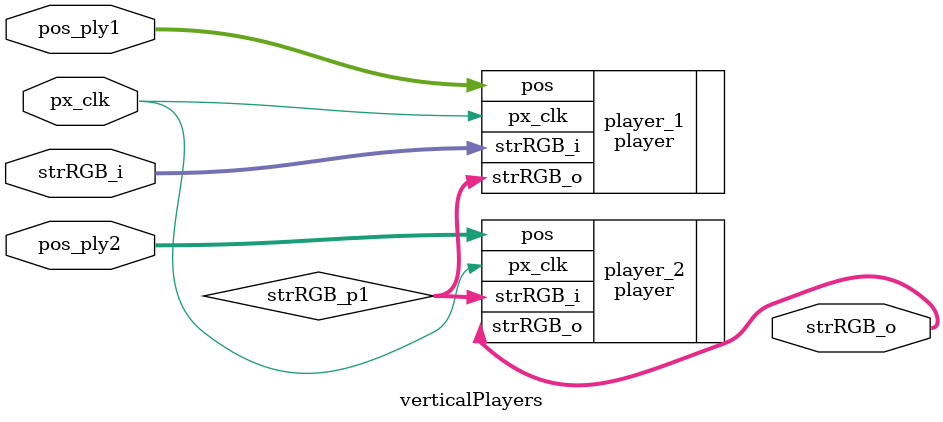
<source format=v>
module verticalPlayers (
    input wire         px_clk,      // Pixel clock.
    input wire  [25:0] strRGB_i,    // Stream RGB input.
    input wire  [9:0]  pos_ply1,    // Position player 1.
    input wire  [9:0]  pos_ply2,    // Position player 2.
    output wire [25:0] strRGB_o     // Stream RGB out.
);
    // Wire module conections.
    wire [25:0] strRGB_p1;

    // Draw a player 1.
    player #(
        .type(1'b0),
        .pos_offset(20)
    )
    player_1 (
        .px_clk (px_clk),
        .strRGB_i (strRGB_i),
        .pos (pos_ply1),
        .strRGB_o(strRGB_p1)
    );

    // Draw a player 2.
    player #(
        .type(1'b0),
        .pos_offset(770)
    )
    player_2 (
        .px_clk (px_clk),
        .strRGB_i (strRGB_p1),
        .pos (pos_ply2),
        .strRGB_o(strRGB_o)
    );

endmodule

</source>
